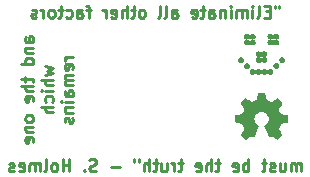
<source format=gbo>
G04 (created by PCBNEW-RS274X (2012-jan-04)-stable) date Sun 02 Sep 2012 01:17:06 AM CEST*
G01*
G70*
G90*
%MOIN*%
G04 Gerber Fmt 3.4, Leading zero omitted, Abs format*
%FSLAX34Y34*%
G04 APERTURE LIST*
%ADD10C,0.006000*%
%ADD11C,0.010000*%
%ADD12C,0.000100*%
%ADD13R,0.060000X0.060000*%
%ADD14R,0.065000X0.065000*%
%ADD15C,0.065000*%
%ADD16R,0.025600X0.063000*%
%ADD17R,0.025600X0.039400*%
G04 APERTURE END LIST*
G54D10*
G54D11*
X53430Y-36057D02*
X53220Y-36057D01*
X53182Y-36038D01*
X53163Y-36000D01*
X53163Y-35923D01*
X53182Y-35885D01*
X53411Y-36057D02*
X53430Y-36019D01*
X53430Y-35923D01*
X53411Y-35885D01*
X53373Y-35866D01*
X53335Y-35866D01*
X53297Y-35885D01*
X53278Y-35923D01*
X53278Y-36019D01*
X53258Y-36057D01*
X53163Y-36247D02*
X53430Y-36247D01*
X53201Y-36247D02*
X53182Y-36266D01*
X53163Y-36304D01*
X53163Y-36362D01*
X53182Y-36400D01*
X53220Y-36419D01*
X53430Y-36419D01*
X53430Y-36781D02*
X53030Y-36781D01*
X53411Y-36781D02*
X53430Y-36743D01*
X53430Y-36666D01*
X53411Y-36628D01*
X53392Y-36609D01*
X53354Y-36590D01*
X53239Y-36590D01*
X53201Y-36609D01*
X53182Y-36628D01*
X53163Y-36666D01*
X53163Y-36743D01*
X53182Y-36781D01*
X53163Y-37219D02*
X53163Y-37371D01*
X53030Y-37276D02*
X53373Y-37276D01*
X53411Y-37295D01*
X53430Y-37333D01*
X53430Y-37371D01*
X53430Y-37505D02*
X53030Y-37505D01*
X53430Y-37677D02*
X53220Y-37677D01*
X53182Y-37658D01*
X53163Y-37620D01*
X53163Y-37562D01*
X53182Y-37524D01*
X53201Y-37505D01*
X53411Y-38020D02*
X53430Y-37982D01*
X53430Y-37905D01*
X53411Y-37867D01*
X53373Y-37848D01*
X53220Y-37848D01*
X53182Y-37867D01*
X53163Y-37905D01*
X53163Y-37982D01*
X53182Y-38020D01*
X53220Y-38039D01*
X53258Y-38039D01*
X53297Y-37848D01*
X53430Y-38572D02*
X53411Y-38534D01*
X53392Y-38515D01*
X53354Y-38496D01*
X53239Y-38496D01*
X53201Y-38515D01*
X53182Y-38534D01*
X53163Y-38572D01*
X53163Y-38630D01*
X53182Y-38668D01*
X53201Y-38687D01*
X53239Y-38706D01*
X53354Y-38706D01*
X53392Y-38687D01*
X53411Y-38668D01*
X53430Y-38630D01*
X53430Y-38572D01*
X53163Y-38877D02*
X53430Y-38877D01*
X53201Y-38877D02*
X53182Y-38896D01*
X53163Y-38934D01*
X53163Y-38992D01*
X53182Y-39030D01*
X53220Y-39049D01*
X53430Y-39049D01*
X53411Y-39392D02*
X53430Y-39354D01*
X53430Y-39277D01*
X53411Y-39239D01*
X53373Y-39220D01*
X53220Y-39220D01*
X53182Y-39239D01*
X53163Y-39277D01*
X53163Y-39354D01*
X53182Y-39392D01*
X53220Y-39411D01*
X53258Y-39411D01*
X53297Y-39220D01*
X53823Y-36857D02*
X54090Y-36933D01*
X53899Y-37010D01*
X54090Y-37086D01*
X53823Y-37162D01*
X54090Y-37314D02*
X53690Y-37314D01*
X54090Y-37486D02*
X53880Y-37486D01*
X53842Y-37467D01*
X53823Y-37429D01*
X53823Y-37371D01*
X53842Y-37333D01*
X53861Y-37314D01*
X54090Y-37676D02*
X53823Y-37676D01*
X53690Y-37676D02*
X53709Y-37657D01*
X53728Y-37676D01*
X53709Y-37695D01*
X53690Y-37676D01*
X53728Y-37676D01*
X54071Y-38038D02*
X54090Y-38000D01*
X54090Y-37923D01*
X54071Y-37885D01*
X54052Y-37866D01*
X54014Y-37847D01*
X53899Y-37847D01*
X53861Y-37866D01*
X53842Y-37885D01*
X53823Y-37923D01*
X53823Y-38000D01*
X53842Y-38038D01*
X54090Y-38209D02*
X53690Y-38209D01*
X54090Y-38381D02*
X53880Y-38381D01*
X53842Y-38362D01*
X53823Y-38324D01*
X53823Y-38266D01*
X53842Y-38228D01*
X53861Y-38209D01*
X54750Y-36552D02*
X54483Y-36552D01*
X54559Y-36552D02*
X54521Y-36571D01*
X54502Y-36590D01*
X54483Y-36628D01*
X54483Y-36667D01*
X54731Y-36953D02*
X54750Y-36915D01*
X54750Y-36838D01*
X54731Y-36800D01*
X54693Y-36781D01*
X54540Y-36781D01*
X54502Y-36800D01*
X54483Y-36838D01*
X54483Y-36915D01*
X54502Y-36953D01*
X54540Y-36972D01*
X54578Y-36972D01*
X54617Y-36781D01*
X54750Y-37143D02*
X54483Y-37143D01*
X54521Y-37143D02*
X54502Y-37162D01*
X54483Y-37200D01*
X54483Y-37258D01*
X54502Y-37296D01*
X54540Y-37315D01*
X54750Y-37315D01*
X54540Y-37315D02*
X54502Y-37334D01*
X54483Y-37372D01*
X54483Y-37429D01*
X54502Y-37467D01*
X54540Y-37486D01*
X54750Y-37486D01*
X54750Y-37848D02*
X54540Y-37848D01*
X54502Y-37829D01*
X54483Y-37791D01*
X54483Y-37714D01*
X54502Y-37676D01*
X54731Y-37848D02*
X54750Y-37810D01*
X54750Y-37714D01*
X54731Y-37676D01*
X54693Y-37657D01*
X54655Y-37657D01*
X54617Y-37676D01*
X54598Y-37714D01*
X54598Y-37810D01*
X54578Y-37848D01*
X54750Y-38038D02*
X54483Y-38038D01*
X54350Y-38038D02*
X54369Y-38019D01*
X54388Y-38038D01*
X54369Y-38057D01*
X54350Y-38038D01*
X54388Y-38038D01*
X54483Y-38228D02*
X54750Y-38228D01*
X54521Y-38228D02*
X54502Y-38247D01*
X54483Y-38285D01*
X54483Y-38343D01*
X54502Y-38381D01*
X54540Y-38400D01*
X54750Y-38400D01*
X54731Y-38571D02*
X54750Y-38609D01*
X54750Y-38685D01*
X54731Y-38724D01*
X54693Y-38743D01*
X54674Y-38743D01*
X54636Y-38724D01*
X54617Y-38685D01*
X54617Y-38628D01*
X54598Y-38590D01*
X54559Y-38571D01*
X54540Y-38571D01*
X54502Y-38590D01*
X54483Y-38628D01*
X54483Y-38685D01*
X54502Y-38724D01*
X61636Y-34841D02*
X61636Y-34917D01*
X61483Y-34841D02*
X61483Y-34917D01*
X61312Y-35031D02*
X61178Y-35031D01*
X61121Y-35241D02*
X61312Y-35241D01*
X61312Y-34841D01*
X61121Y-34841D01*
X60893Y-35241D02*
X60931Y-35222D01*
X60950Y-35184D01*
X60950Y-34841D01*
X60740Y-35241D02*
X60740Y-34974D01*
X60740Y-34841D02*
X60759Y-34860D01*
X60740Y-34879D01*
X60721Y-34860D01*
X60740Y-34841D01*
X60740Y-34879D01*
X60550Y-35241D02*
X60550Y-34974D01*
X60550Y-35012D02*
X60531Y-34993D01*
X60493Y-34974D01*
X60435Y-34974D01*
X60397Y-34993D01*
X60378Y-35031D01*
X60378Y-35241D01*
X60378Y-35031D02*
X60359Y-34993D01*
X60321Y-34974D01*
X60264Y-34974D01*
X60226Y-34993D01*
X60207Y-35031D01*
X60207Y-35241D01*
X60017Y-35241D02*
X60017Y-34974D01*
X60017Y-34841D02*
X60036Y-34860D01*
X60017Y-34879D01*
X59998Y-34860D01*
X60017Y-34841D01*
X60017Y-34879D01*
X59827Y-34974D02*
X59827Y-35241D01*
X59827Y-35012D02*
X59808Y-34993D01*
X59770Y-34974D01*
X59712Y-34974D01*
X59674Y-34993D01*
X59655Y-35031D01*
X59655Y-35241D01*
X59293Y-35241D02*
X59293Y-35031D01*
X59312Y-34993D01*
X59350Y-34974D01*
X59427Y-34974D01*
X59465Y-34993D01*
X59293Y-35222D02*
X59331Y-35241D01*
X59427Y-35241D01*
X59465Y-35222D01*
X59484Y-35184D01*
X59484Y-35146D01*
X59465Y-35108D01*
X59427Y-35089D01*
X59331Y-35089D01*
X59293Y-35069D01*
X59160Y-34974D02*
X59008Y-34974D01*
X59103Y-34841D02*
X59103Y-35184D01*
X59084Y-35222D01*
X59046Y-35241D01*
X59008Y-35241D01*
X58721Y-35222D02*
X58759Y-35241D01*
X58836Y-35241D01*
X58874Y-35222D01*
X58893Y-35184D01*
X58893Y-35031D01*
X58874Y-34993D01*
X58836Y-34974D01*
X58759Y-34974D01*
X58721Y-34993D01*
X58702Y-35031D01*
X58702Y-35069D01*
X58893Y-35108D01*
X58054Y-35241D02*
X58054Y-35031D01*
X58073Y-34993D01*
X58111Y-34974D01*
X58188Y-34974D01*
X58226Y-34993D01*
X58054Y-35222D02*
X58092Y-35241D01*
X58188Y-35241D01*
X58226Y-35222D01*
X58245Y-35184D01*
X58245Y-35146D01*
X58226Y-35108D01*
X58188Y-35089D01*
X58092Y-35089D01*
X58054Y-35069D01*
X57807Y-35241D02*
X57845Y-35222D01*
X57864Y-35184D01*
X57864Y-34841D01*
X57597Y-35241D02*
X57635Y-35222D01*
X57654Y-35184D01*
X57654Y-34841D01*
X57082Y-35241D02*
X57120Y-35222D01*
X57139Y-35203D01*
X57158Y-35165D01*
X57158Y-35050D01*
X57139Y-35012D01*
X57120Y-34993D01*
X57082Y-34974D01*
X57024Y-34974D01*
X56986Y-34993D01*
X56967Y-35012D01*
X56948Y-35050D01*
X56948Y-35165D01*
X56967Y-35203D01*
X56986Y-35222D01*
X57024Y-35241D01*
X57082Y-35241D01*
X56834Y-34974D02*
X56682Y-34974D01*
X56777Y-34841D02*
X56777Y-35184D01*
X56758Y-35222D01*
X56720Y-35241D01*
X56682Y-35241D01*
X56548Y-35241D02*
X56548Y-34841D01*
X56376Y-35241D02*
X56376Y-35031D01*
X56395Y-34993D01*
X56433Y-34974D01*
X56491Y-34974D01*
X56529Y-34993D01*
X56548Y-35012D01*
X56033Y-35222D02*
X56071Y-35241D01*
X56148Y-35241D01*
X56186Y-35222D01*
X56205Y-35184D01*
X56205Y-35031D01*
X56186Y-34993D01*
X56148Y-34974D01*
X56071Y-34974D01*
X56033Y-34993D01*
X56014Y-35031D01*
X56014Y-35069D01*
X56205Y-35108D01*
X55843Y-35241D02*
X55843Y-34974D01*
X55843Y-35050D02*
X55824Y-35012D01*
X55805Y-34993D01*
X55767Y-34974D01*
X55728Y-34974D01*
X55347Y-34974D02*
X55195Y-34974D01*
X55290Y-35241D02*
X55290Y-34898D01*
X55271Y-34860D01*
X55233Y-34841D01*
X55195Y-34841D01*
X54889Y-35241D02*
X54889Y-35031D01*
X54908Y-34993D01*
X54946Y-34974D01*
X55023Y-34974D01*
X55061Y-34993D01*
X54889Y-35222D02*
X54927Y-35241D01*
X55023Y-35241D01*
X55061Y-35222D01*
X55080Y-35184D01*
X55080Y-35146D01*
X55061Y-35108D01*
X55023Y-35089D01*
X54927Y-35089D01*
X54889Y-35069D01*
X54527Y-35222D02*
X54565Y-35241D01*
X54642Y-35241D01*
X54680Y-35222D01*
X54699Y-35203D01*
X54718Y-35165D01*
X54718Y-35050D01*
X54699Y-35012D01*
X54680Y-34993D01*
X54642Y-34974D01*
X54565Y-34974D01*
X54527Y-34993D01*
X54413Y-34974D02*
X54261Y-34974D01*
X54356Y-34841D02*
X54356Y-35184D01*
X54337Y-35222D01*
X54299Y-35241D01*
X54261Y-35241D01*
X54070Y-35241D02*
X54108Y-35222D01*
X54127Y-35203D01*
X54146Y-35165D01*
X54146Y-35050D01*
X54127Y-35012D01*
X54108Y-34993D01*
X54070Y-34974D01*
X54012Y-34974D01*
X53974Y-34993D01*
X53955Y-35012D01*
X53936Y-35050D01*
X53936Y-35165D01*
X53955Y-35203D01*
X53974Y-35222D01*
X54012Y-35241D01*
X54070Y-35241D01*
X53765Y-35241D02*
X53765Y-34974D01*
X53765Y-35050D02*
X53746Y-35012D01*
X53727Y-34993D01*
X53689Y-34974D01*
X53650Y-34974D01*
X53536Y-35222D02*
X53498Y-35241D01*
X53422Y-35241D01*
X53383Y-35222D01*
X53364Y-35184D01*
X53364Y-35165D01*
X53383Y-35127D01*
X53422Y-35108D01*
X53479Y-35108D01*
X53517Y-35089D01*
X53536Y-35050D01*
X53536Y-35031D01*
X53517Y-34993D01*
X53479Y-34974D01*
X53422Y-34974D01*
X53383Y-34993D01*
X62359Y-40359D02*
X62359Y-40092D01*
X62359Y-40130D02*
X62340Y-40111D01*
X62302Y-40092D01*
X62244Y-40092D01*
X62206Y-40111D01*
X62187Y-40149D01*
X62187Y-40359D01*
X62187Y-40149D02*
X62168Y-40111D01*
X62130Y-40092D01*
X62073Y-40092D01*
X62035Y-40111D01*
X62016Y-40149D01*
X62016Y-40359D01*
X61654Y-40092D02*
X61654Y-40359D01*
X61826Y-40092D02*
X61826Y-40302D01*
X61807Y-40340D01*
X61769Y-40359D01*
X61711Y-40359D01*
X61673Y-40340D01*
X61654Y-40321D01*
X61483Y-40340D02*
X61445Y-40359D01*
X61369Y-40359D01*
X61330Y-40340D01*
X61311Y-40302D01*
X61311Y-40283D01*
X61330Y-40245D01*
X61369Y-40226D01*
X61426Y-40226D01*
X61464Y-40207D01*
X61483Y-40168D01*
X61483Y-40149D01*
X61464Y-40111D01*
X61426Y-40092D01*
X61369Y-40092D01*
X61330Y-40111D01*
X61197Y-40092D02*
X61045Y-40092D01*
X61140Y-39959D02*
X61140Y-40302D01*
X61121Y-40340D01*
X61083Y-40359D01*
X61045Y-40359D01*
X60606Y-40359D02*
X60606Y-39959D01*
X60606Y-40111D02*
X60568Y-40092D01*
X60491Y-40092D01*
X60453Y-40111D01*
X60434Y-40130D01*
X60415Y-40168D01*
X60415Y-40283D01*
X60434Y-40321D01*
X60453Y-40340D01*
X60491Y-40359D01*
X60568Y-40359D01*
X60606Y-40340D01*
X60091Y-40340D02*
X60129Y-40359D01*
X60206Y-40359D01*
X60244Y-40340D01*
X60263Y-40302D01*
X60263Y-40149D01*
X60244Y-40111D01*
X60206Y-40092D01*
X60129Y-40092D01*
X60091Y-40111D01*
X60072Y-40149D01*
X60072Y-40187D01*
X60263Y-40226D01*
X59653Y-40092D02*
X59501Y-40092D01*
X59596Y-39959D02*
X59596Y-40302D01*
X59577Y-40340D01*
X59539Y-40359D01*
X59501Y-40359D01*
X59367Y-40359D02*
X59367Y-39959D01*
X59195Y-40359D02*
X59195Y-40149D01*
X59214Y-40111D01*
X59252Y-40092D01*
X59310Y-40092D01*
X59348Y-40111D01*
X59367Y-40130D01*
X58852Y-40340D02*
X58890Y-40359D01*
X58967Y-40359D01*
X59005Y-40340D01*
X59024Y-40302D01*
X59024Y-40149D01*
X59005Y-40111D01*
X58967Y-40092D01*
X58890Y-40092D01*
X58852Y-40111D01*
X58833Y-40149D01*
X58833Y-40187D01*
X59024Y-40226D01*
X58414Y-40092D02*
X58262Y-40092D01*
X58357Y-39959D02*
X58357Y-40302D01*
X58338Y-40340D01*
X58300Y-40359D01*
X58262Y-40359D01*
X58128Y-40359D02*
X58128Y-40092D01*
X58128Y-40168D02*
X58109Y-40130D01*
X58090Y-40111D01*
X58052Y-40092D01*
X58013Y-40092D01*
X57708Y-40092D02*
X57708Y-40359D01*
X57880Y-40092D02*
X57880Y-40302D01*
X57861Y-40340D01*
X57823Y-40359D01*
X57765Y-40359D01*
X57727Y-40340D01*
X57708Y-40321D01*
X57575Y-40092D02*
X57423Y-40092D01*
X57518Y-39959D02*
X57518Y-40302D01*
X57499Y-40340D01*
X57461Y-40359D01*
X57423Y-40359D01*
X57289Y-40359D02*
X57289Y-39959D01*
X57117Y-40359D02*
X57117Y-40149D01*
X57136Y-40111D01*
X57174Y-40092D01*
X57232Y-40092D01*
X57270Y-40111D01*
X57289Y-40130D01*
X56946Y-39959D02*
X56946Y-40035D01*
X56793Y-39959D02*
X56793Y-40035D01*
X56317Y-40207D02*
X56012Y-40207D01*
X55536Y-40340D02*
X55479Y-40359D01*
X55383Y-40359D01*
X55345Y-40340D01*
X55326Y-40321D01*
X55307Y-40283D01*
X55307Y-40245D01*
X55326Y-40207D01*
X55345Y-40187D01*
X55383Y-40168D01*
X55460Y-40149D01*
X55498Y-40130D01*
X55517Y-40111D01*
X55536Y-40073D01*
X55536Y-40035D01*
X55517Y-39997D01*
X55498Y-39978D01*
X55460Y-39959D01*
X55364Y-39959D01*
X55307Y-39978D01*
X55136Y-40321D02*
X55117Y-40340D01*
X55136Y-40359D01*
X55155Y-40340D01*
X55136Y-40321D01*
X55136Y-40359D01*
X54641Y-40359D02*
X54641Y-39959D01*
X54641Y-40149D02*
X54412Y-40149D01*
X54412Y-40359D02*
X54412Y-39959D01*
X54165Y-40359D02*
X54203Y-40340D01*
X54222Y-40321D01*
X54241Y-40283D01*
X54241Y-40168D01*
X54222Y-40130D01*
X54203Y-40111D01*
X54165Y-40092D01*
X54107Y-40092D01*
X54069Y-40111D01*
X54050Y-40130D01*
X54031Y-40168D01*
X54031Y-40283D01*
X54050Y-40321D01*
X54069Y-40340D01*
X54107Y-40359D01*
X54165Y-40359D01*
X53803Y-40359D02*
X53841Y-40340D01*
X53860Y-40302D01*
X53860Y-39959D01*
X53650Y-40359D02*
X53650Y-40092D01*
X53650Y-40130D02*
X53631Y-40111D01*
X53593Y-40092D01*
X53535Y-40092D01*
X53497Y-40111D01*
X53478Y-40149D01*
X53478Y-40359D01*
X53478Y-40149D02*
X53459Y-40111D01*
X53421Y-40092D01*
X53364Y-40092D01*
X53326Y-40111D01*
X53307Y-40149D01*
X53307Y-40359D01*
X52964Y-40340D02*
X53002Y-40359D01*
X53079Y-40359D01*
X53117Y-40340D01*
X53136Y-40302D01*
X53136Y-40149D01*
X53117Y-40111D01*
X53079Y-40092D01*
X53002Y-40092D01*
X52964Y-40111D01*
X52945Y-40149D01*
X52945Y-40187D01*
X53136Y-40226D01*
X52793Y-40340D02*
X52755Y-40359D01*
X52679Y-40359D01*
X52640Y-40340D01*
X52621Y-40302D01*
X52621Y-40283D01*
X52640Y-40245D01*
X52679Y-40226D01*
X52736Y-40226D01*
X52774Y-40207D01*
X52793Y-40168D01*
X52793Y-40149D01*
X52774Y-40111D01*
X52736Y-40092D01*
X52679Y-40092D01*
X52640Y-40111D01*
G54D12*
G36*
X60513Y-39311D02*
X60522Y-39306D01*
X60543Y-39293D01*
X60572Y-39274D01*
X60607Y-39251D01*
X60641Y-39227D01*
X60670Y-39208D01*
X60690Y-39195D01*
X60698Y-39191D01*
X60703Y-39192D01*
X60719Y-39200D01*
X60743Y-39213D01*
X60757Y-39220D01*
X60779Y-39229D01*
X60790Y-39231D01*
X60792Y-39228D01*
X60800Y-39212D01*
X60812Y-39183D01*
X60829Y-39145D01*
X60848Y-39100D01*
X60868Y-39052D01*
X60889Y-39004D01*
X60908Y-38957D01*
X60925Y-38915D01*
X60939Y-38881D01*
X60948Y-38857D01*
X60951Y-38847D01*
X60950Y-38845D01*
X60939Y-38834D01*
X60920Y-38820D01*
X60879Y-38786D01*
X60838Y-38735D01*
X60813Y-38677D01*
X60804Y-38612D01*
X60811Y-38553D01*
X60835Y-38496D01*
X60875Y-38444D01*
X60924Y-38406D01*
X60980Y-38381D01*
X61044Y-38373D01*
X61105Y-38380D01*
X61163Y-38403D01*
X61215Y-38443D01*
X61237Y-38468D01*
X61267Y-38520D01*
X61284Y-38576D01*
X61286Y-38590D01*
X61283Y-38652D01*
X61265Y-38711D01*
X61233Y-38763D01*
X61188Y-38807D01*
X61182Y-38811D01*
X61161Y-38826D01*
X61147Y-38837D01*
X61136Y-38846D01*
X61214Y-39035D01*
X61227Y-39065D01*
X61248Y-39116D01*
X61267Y-39161D01*
X61283Y-39196D01*
X61293Y-39220D01*
X61298Y-39229D01*
X61298Y-39230D01*
X61305Y-39231D01*
X61319Y-39226D01*
X61346Y-39213D01*
X61363Y-39204D01*
X61383Y-39194D01*
X61392Y-39191D01*
X61400Y-39195D01*
X61419Y-39207D01*
X61447Y-39226D01*
X61481Y-39249D01*
X61513Y-39271D01*
X61542Y-39290D01*
X61564Y-39304D01*
X61574Y-39310D01*
X61576Y-39310D01*
X61585Y-39305D01*
X61602Y-39290D01*
X61628Y-39266D01*
X61664Y-39230D01*
X61670Y-39225D01*
X61700Y-39194D01*
X61724Y-39169D01*
X61740Y-39151D01*
X61746Y-39142D01*
X61746Y-39142D01*
X61741Y-39132D01*
X61727Y-39111D01*
X61708Y-39081D01*
X61684Y-39046D01*
X61621Y-38955D01*
X61656Y-38869D01*
X61666Y-38843D01*
X61680Y-38811D01*
X61690Y-38789D01*
X61695Y-38779D01*
X61704Y-38775D01*
X61727Y-38770D01*
X61761Y-38763D01*
X61802Y-38755D01*
X61841Y-38748D01*
X61875Y-38741D01*
X61901Y-38736D01*
X61912Y-38734D01*
X61915Y-38733D01*
X61917Y-38727D01*
X61918Y-38715D01*
X61919Y-38694D01*
X61920Y-38661D01*
X61920Y-38612D01*
X61920Y-38607D01*
X61919Y-38561D01*
X61919Y-38524D01*
X61917Y-38501D01*
X61916Y-38491D01*
X61916Y-38491D01*
X61905Y-38489D01*
X61880Y-38483D01*
X61845Y-38477D01*
X61804Y-38469D01*
X61801Y-38468D01*
X61760Y-38460D01*
X61725Y-38453D01*
X61701Y-38447D01*
X61690Y-38444D01*
X61688Y-38441D01*
X61680Y-38425D01*
X61668Y-38399D01*
X61654Y-38368D01*
X61641Y-38335D01*
X61629Y-38306D01*
X61621Y-38284D01*
X61619Y-38274D01*
X61619Y-38274D01*
X61625Y-38264D01*
X61639Y-38243D01*
X61659Y-38213D01*
X61684Y-38178D01*
X61685Y-38175D01*
X61709Y-38140D01*
X61729Y-38110D01*
X61741Y-38089D01*
X61746Y-38080D01*
X61746Y-38079D01*
X61738Y-38069D01*
X61720Y-38049D01*
X61695Y-38022D01*
X61664Y-37991D01*
X61654Y-37981D01*
X61620Y-37948D01*
X61597Y-37926D01*
X61582Y-37915D01*
X61575Y-37912D01*
X61575Y-37912D01*
X61564Y-37919D01*
X61542Y-37933D01*
X61512Y-37954D01*
X61476Y-37978D01*
X61474Y-37979D01*
X61439Y-38003D01*
X61410Y-38023D01*
X61389Y-38037D01*
X61380Y-38042D01*
X61378Y-38042D01*
X61364Y-38038D01*
X61339Y-38029D01*
X61309Y-38017D01*
X61276Y-38004D01*
X61247Y-37992D01*
X61225Y-37982D01*
X61214Y-37976D01*
X61214Y-37975D01*
X61210Y-37963D01*
X61204Y-37937D01*
X61197Y-37901D01*
X61189Y-37858D01*
X61187Y-37851D01*
X61179Y-37809D01*
X61173Y-37775D01*
X61168Y-37751D01*
X61165Y-37741D01*
X61159Y-37740D01*
X61139Y-37738D01*
X61108Y-37737D01*
X61070Y-37737D01*
X61031Y-37737D01*
X60992Y-37738D01*
X60959Y-37739D01*
X60936Y-37741D01*
X60926Y-37743D01*
X60925Y-37743D01*
X60922Y-37756D01*
X60916Y-37782D01*
X60909Y-37819D01*
X60900Y-37862D01*
X60899Y-37869D01*
X60891Y-37911D01*
X60884Y-37945D01*
X60879Y-37969D01*
X60876Y-37978D01*
X60873Y-37980D01*
X60855Y-37987D01*
X60827Y-37999D01*
X60793Y-38013D01*
X60713Y-38045D01*
X60614Y-37978D01*
X60605Y-37972D01*
X60570Y-37948D01*
X60541Y-37928D01*
X60521Y-37915D01*
X60512Y-37911D01*
X60512Y-37911D01*
X60502Y-37920D01*
X60482Y-37938D01*
X60456Y-37964D01*
X60425Y-37995D01*
X60402Y-38017D01*
X60375Y-38045D01*
X60357Y-38064D01*
X60348Y-38076D01*
X60345Y-38083D01*
X60346Y-38088D01*
X60352Y-38098D01*
X60366Y-38119D01*
X60387Y-38149D01*
X60411Y-38184D01*
X60430Y-38213D01*
X60452Y-38246D01*
X60466Y-38270D01*
X60470Y-38281D01*
X60469Y-38286D01*
X60462Y-38305D01*
X60451Y-38334D01*
X60436Y-38369D01*
X60402Y-38447D01*
X60351Y-38457D01*
X60320Y-38462D01*
X60276Y-38471D01*
X60235Y-38479D01*
X60170Y-38491D01*
X60168Y-38728D01*
X60178Y-38732D01*
X60188Y-38735D01*
X60212Y-38740D01*
X60246Y-38747D01*
X60286Y-38755D01*
X60320Y-38761D01*
X60355Y-38768D01*
X60380Y-38773D01*
X60391Y-38775D01*
X60394Y-38779D01*
X60402Y-38795D01*
X60415Y-38822D01*
X60428Y-38854D01*
X60442Y-38887D01*
X60454Y-38918D01*
X60463Y-38941D01*
X60466Y-38954D01*
X60461Y-38963D01*
X60448Y-38983D01*
X60429Y-39012D01*
X60406Y-39046D01*
X60382Y-39081D01*
X60362Y-39110D01*
X60349Y-39131D01*
X60343Y-39141D01*
X60346Y-39148D01*
X60359Y-39164D01*
X60385Y-39191D01*
X60424Y-39229D01*
X60430Y-39235D01*
X60461Y-39265D01*
X60487Y-39289D01*
X60505Y-39305D01*
X60513Y-39311D01*
X60513Y-39311D01*
G37*
G36*
X61340Y-37143D02*
X61359Y-37140D01*
X61378Y-37134D01*
X61386Y-37130D01*
X61402Y-37118D01*
X61416Y-37104D01*
X61426Y-37087D01*
X61432Y-37069D01*
X61435Y-37050D01*
X61435Y-37031D01*
X61430Y-37012D01*
X61421Y-36993D01*
X61416Y-36985D01*
X61407Y-36976D01*
X61398Y-36968D01*
X61390Y-36962D01*
X61387Y-36960D01*
X61370Y-36952D01*
X61353Y-36948D01*
X61333Y-36947D01*
X61327Y-36947D01*
X61316Y-36949D01*
X61307Y-36951D01*
X61296Y-36956D01*
X61285Y-36962D01*
X61269Y-36975D01*
X61256Y-36990D01*
X61246Y-37008D01*
X61244Y-37017D01*
X61241Y-37026D01*
X61240Y-37034D01*
X61240Y-37035D01*
X61240Y-37035D01*
X61239Y-37031D01*
X61239Y-37030D01*
X61236Y-37018D01*
X61231Y-37005D01*
X61225Y-36994D01*
X61214Y-36979D01*
X61199Y-36965D01*
X61182Y-36955D01*
X61163Y-36949D01*
X61142Y-36947D01*
X61137Y-36947D01*
X61121Y-36949D01*
X61106Y-36953D01*
X61104Y-36954D01*
X61087Y-36963D01*
X61072Y-36976D01*
X61060Y-36990D01*
X61051Y-37007D01*
X61046Y-37024D01*
X61045Y-37025D01*
X61044Y-37030D01*
X61044Y-37032D01*
X61044Y-37032D01*
X61044Y-37029D01*
X61042Y-37024D01*
X61042Y-37022D01*
X61036Y-37005D01*
X61027Y-36989D01*
X61014Y-36974D01*
X61003Y-36964D01*
X60985Y-36954D01*
X60967Y-36949D01*
X60946Y-36947D01*
X60931Y-36948D01*
X60912Y-36953D01*
X60894Y-36962D01*
X60878Y-36974D01*
X60865Y-36990D01*
X60864Y-36992D01*
X60860Y-36999D01*
X60856Y-37005D01*
X60855Y-37010D01*
X60852Y-37019D01*
X60850Y-37027D01*
X60849Y-37034D01*
X60849Y-37035D01*
X60848Y-37035D01*
X60848Y-37031D01*
X60845Y-37020D01*
X60841Y-37007D01*
X60835Y-36995D01*
X60823Y-36979D01*
X60808Y-36965D01*
X60791Y-36955D01*
X60772Y-36949D01*
X60751Y-36947D01*
X60733Y-36948D01*
X60713Y-36954D01*
X60696Y-36963D01*
X60680Y-36977D01*
X60673Y-36985D01*
X60665Y-36996D01*
X60659Y-37008D01*
X60656Y-37019D01*
X60653Y-37038D01*
X60653Y-37057D01*
X60658Y-37076D01*
X60665Y-37093D01*
X60676Y-37108D01*
X60689Y-37121D01*
X60705Y-37132D01*
X60723Y-37139D01*
X60743Y-37142D01*
X60745Y-37142D01*
X60765Y-37142D01*
X60783Y-37137D01*
X60801Y-37128D01*
X60808Y-37124D01*
X60821Y-37113D01*
X60832Y-37099D01*
X60840Y-37084D01*
X60843Y-37079D01*
X60845Y-37070D01*
X60847Y-37062D01*
X60848Y-37055D01*
X60848Y-37051D01*
X60849Y-37055D01*
X60849Y-37058D01*
X60851Y-37067D01*
X60854Y-37077D01*
X60857Y-37085D01*
X60862Y-37094D01*
X60874Y-37110D01*
X60889Y-37124D01*
X60906Y-37134D01*
X60925Y-37141D01*
X60929Y-37141D01*
X60942Y-37142D01*
X60956Y-37142D01*
X60969Y-37140D01*
X60982Y-37136D01*
X61001Y-37126D01*
X61017Y-37113D01*
X61018Y-37112D01*
X61029Y-37098D01*
X61037Y-37081D01*
X61042Y-37065D01*
X61043Y-37064D01*
X61044Y-37059D01*
X61044Y-37057D01*
X61044Y-37059D01*
X61045Y-37063D01*
X61045Y-37064D01*
X61048Y-37074D01*
X61053Y-37086D01*
X61058Y-37096D01*
X61067Y-37108D01*
X61082Y-37122D01*
X61099Y-37133D01*
X61118Y-37140D01*
X61122Y-37141D01*
X61135Y-37142D01*
X61149Y-37142D01*
X61162Y-37141D01*
X61173Y-37138D01*
X61191Y-37129D01*
X61207Y-37117D01*
X61221Y-37102D01*
X61231Y-37085D01*
X61233Y-37079D01*
X61236Y-37070D01*
X61238Y-37062D01*
X61239Y-37055D01*
X61239Y-37054D01*
X61239Y-37054D01*
X61240Y-37058D01*
X61240Y-37059D01*
X61243Y-37071D01*
X61248Y-37084D01*
X61254Y-37096D01*
X61256Y-37100D01*
X61269Y-37114D01*
X61284Y-37127D01*
X61301Y-37136D01*
X61320Y-37141D01*
X61340Y-37143D01*
X61340Y-37143D01*
G37*
G36*
X60548Y-36947D02*
X60560Y-36946D01*
X60571Y-36945D01*
X60585Y-36942D01*
X60603Y-36934D01*
X60619Y-36922D01*
X60633Y-36907D01*
X60643Y-36890D01*
X60650Y-36872D01*
X60652Y-36852D01*
X60651Y-36832D01*
X60646Y-36813D01*
X60637Y-36796D01*
X60625Y-36780D01*
X60609Y-36767D01*
X60604Y-36764D01*
X60585Y-36755D01*
X60565Y-36751D01*
X60545Y-36751D01*
X60525Y-36755D01*
X60509Y-36762D01*
X60492Y-36773D01*
X60478Y-36788D01*
X60467Y-36805D01*
X60459Y-36825D01*
X60457Y-36834D01*
X60457Y-36847D01*
X60457Y-36860D01*
X60459Y-36870D01*
X60460Y-36874D01*
X60467Y-36894D01*
X60479Y-36911D01*
X60494Y-36925D01*
X60511Y-36937D01*
X60520Y-36940D01*
X60531Y-36944D01*
X60541Y-36946D01*
X60548Y-36947D01*
X60548Y-36947D01*
G37*
G36*
X61536Y-36947D02*
X61556Y-36944D01*
X61575Y-36937D01*
X61594Y-36926D01*
X61597Y-36923D01*
X61611Y-36909D01*
X61622Y-36892D01*
X61629Y-36873D01*
X61631Y-36863D01*
X61631Y-36850D01*
X61631Y-36837D01*
X61629Y-36827D01*
X61628Y-36822D01*
X61620Y-36803D01*
X61609Y-36786D01*
X61595Y-36772D01*
X61578Y-36761D01*
X61559Y-36754D01*
X61539Y-36751D01*
X61531Y-36750D01*
X61512Y-36753D01*
X61493Y-36759D01*
X61477Y-36769D01*
X61462Y-36781D01*
X61451Y-36796D01*
X61442Y-36814D01*
X61437Y-36833D01*
X61436Y-36853D01*
X61437Y-36865D01*
X61439Y-36876D01*
X61443Y-36887D01*
X61451Y-36902D01*
X61464Y-36917D01*
X61479Y-36930D01*
X61497Y-36939D01*
X61516Y-36945D01*
X61536Y-36947D01*
X61536Y-36947D01*
G37*
G36*
X60353Y-36750D02*
X60367Y-36750D01*
X60379Y-36749D01*
X60393Y-36744D01*
X60411Y-36735D01*
X60427Y-36722D01*
X60438Y-36710D01*
X60448Y-36693D01*
X60454Y-36674D01*
X60456Y-36666D01*
X60456Y-36654D01*
X60456Y-36642D01*
X60455Y-36632D01*
X60453Y-36626D01*
X60445Y-36607D01*
X60434Y-36590D01*
X60419Y-36576D01*
X60402Y-36565D01*
X60395Y-36562D01*
X60382Y-36557D01*
X60370Y-36555D01*
X60355Y-36555D01*
X60346Y-36556D01*
X60335Y-36557D01*
X60325Y-36560D01*
X60315Y-36565D01*
X60308Y-36568D01*
X60292Y-36580D01*
X60279Y-36595D01*
X60268Y-36613D01*
X60262Y-36633D01*
X60261Y-36638D01*
X60261Y-36649D01*
X60261Y-36662D01*
X60262Y-36672D01*
X60264Y-36679D01*
X60271Y-36698D01*
X60283Y-36715D01*
X60297Y-36729D01*
X60314Y-36740D01*
X60334Y-36748D01*
X60340Y-36749D01*
X60353Y-36750D01*
X60353Y-36750D01*
G37*
G36*
X61139Y-36750D02*
X61159Y-36749D01*
X61177Y-36744D01*
X61188Y-36739D01*
X61205Y-36727D01*
X61219Y-36713D01*
X61230Y-36695D01*
X61237Y-36676D01*
X61238Y-36672D01*
X61240Y-36656D01*
X61239Y-36641D01*
X61235Y-36624D01*
X61227Y-36605D01*
X61216Y-36589D01*
X61201Y-36575D01*
X61184Y-36564D01*
X61164Y-36557D01*
X61151Y-36554D01*
X61158Y-36553D01*
X61159Y-36553D01*
X61173Y-36549D01*
X61188Y-36543D01*
X61202Y-36534D01*
X61204Y-36532D01*
X61218Y-36518D01*
X61229Y-36501D01*
X61236Y-36483D01*
X61239Y-36464D01*
X61239Y-36445D01*
X61234Y-36426D01*
X61226Y-36408D01*
X61226Y-36407D01*
X61213Y-36391D01*
X61199Y-36378D01*
X61182Y-36368D01*
X61164Y-36362D01*
X61145Y-36360D01*
X61126Y-36361D01*
X61108Y-36365D01*
X61090Y-36374D01*
X61074Y-36386D01*
X61065Y-36396D01*
X61056Y-36410D01*
X61049Y-36425D01*
X61045Y-36440D01*
X61044Y-36443D01*
X61044Y-36445D01*
X61044Y-36444D01*
X61043Y-36440D01*
X61040Y-36427D01*
X61034Y-36413D01*
X61025Y-36399D01*
X61021Y-36393D01*
X61006Y-36379D01*
X60989Y-36369D01*
X60970Y-36362D01*
X60950Y-36359D01*
X60930Y-36361D01*
X60918Y-36364D01*
X60899Y-36372D01*
X60883Y-36383D01*
X60869Y-36398D01*
X60858Y-36415D01*
X60851Y-36434D01*
X60849Y-36444D01*
X60849Y-36463D01*
X60852Y-36483D01*
X60859Y-36501D01*
X60870Y-36518D01*
X60884Y-36532D01*
X60902Y-36544D01*
X60909Y-36547D01*
X60918Y-36550D01*
X60927Y-36553D01*
X60933Y-36554D01*
X60934Y-36554D01*
X60934Y-36554D01*
X60929Y-36556D01*
X60920Y-36558D01*
X60907Y-36563D01*
X60896Y-36569D01*
X60889Y-36573D01*
X60876Y-36584D01*
X60865Y-36598D01*
X60856Y-36613D01*
X60851Y-36629D01*
X60849Y-36647D01*
X60849Y-36664D01*
X60850Y-36667D01*
X60855Y-36688D01*
X60864Y-36706D01*
X60878Y-36722D01*
X60888Y-36731D01*
X60906Y-36742D01*
X60925Y-36749D01*
X60933Y-36750D01*
X60943Y-36750D01*
X60955Y-36750D01*
X60965Y-36749D01*
X60973Y-36747D01*
X60980Y-36745D01*
X60999Y-36736D01*
X61015Y-36723D01*
X61028Y-36707D01*
X61033Y-36699D01*
X61039Y-36686D01*
X61042Y-36673D01*
X61043Y-36672D01*
X61044Y-36667D01*
X61044Y-36665D01*
X61044Y-36665D01*
X61044Y-36640D01*
X61044Y-36640D01*
X61044Y-36637D01*
X61042Y-36632D01*
X61042Y-36631D01*
X61036Y-36613D01*
X61027Y-36597D01*
X61014Y-36582D01*
X61000Y-36570D01*
X60983Y-36561D01*
X60982Y-36561D01*
X60973Y-36558D01*
X60965Y-36556D01*
X60956Y-36554D01*
X60965Y-36553D01*
X60976Y-36550D01*
X60994Y-36542D01*
X61010Y-36531D01*
X61024Y-36517D01*
X61034Y-36501D01*
X61038Y-36493D01*
X61041Y-36483D01*
X61043Y-36474D01*
X61044Y-36471D01*
X61044Y-36469D01*
X61044Y-36470D01*
X61045Y-36474D01*
X61047Y-36482D01*
X61050Y-36492D01*
X61054Y-36501D01*
X61060Y-36511D01*
X61073Y-36526D01*
X61088Y-36539D01*
X61105Y-36548D01*
X61124Y-36553D01*
X61132Y-36554D01*
X61123Y-36556D01*
X61122Y-36556D01*
X61113Y-36559D01*
X61105Y-36561D01*
X61103Y-36562D01*
X61087Y-36571D01*
X61072Y-36583D01*
X61060Y-36598D01*
X61051Y-36615D01*
X61046Y-36632D01*
X61045Y-36633D01*
X61044Y-36638D01*
X61044Y-36640D01*
X61044Y-36665D01*
X61044Y-36665D01*
X61044Y-36668D01*
X61046Y-36673D01*
X61049Y-36686D01*
X61057Y-36703D01*
X61069Y-36719D01*
X61084Y-36732D01*
X61101Y-36742D01*
X61101Y-36742D01*
X61119Y-36748D01*
X61139Y-36750D01*
X61139Y-36750D01*
G37*
G36*
X61722Y-36750D02*
X61738Y-36750D01*
X61753Y-36748D01*
X61762Y-36745D01*
X61781Y-36736D01*
X61797Y-36724D01*
X61810Y-36709D01*
X61819Y-36692D01*
X61825Y-36673D01*
X61828Y-36653D01*
X61827Y-36644D01*
X61824Y-36624D01*
X61816Y-36605D01*
X61803Y-36588D01*
X61800Y-36584D01*
X61786Y-36572D01*
X61770Y-36563D01*
X61752Y-36557D01*
X61752Y-36557D01*
X61737Y-36555D01*
X61722Y-36555D01*
X61707Y-36557D01*
X61701Y-36559D01*
X61683Y-36566D01*
X61667Y-36577D01*
X61653Y-36591D01*
X61643Y-36607D01*
X61635Y-36625D01*
X61632Y-36644D01*
X61632Y-36664D01*
X61637Y-36684D01*
X61643Y-36698D01*
X61654Y-36715D01*
X61669Y-36729D01*
X61686Y-36740D01*
X61705Y-36747D01*
X61707Y-36748D01*
X61722Y-36750D01*
X61722Y-36750D01*
G37*
G36*
X60754Y-36164D02*
X60773Y-36161D01*
X60792Y-36154D01*
X60801Y-36150D01*
X60809Y-36144D01*
X60819Y-36135D01*
X60829Y-36124D01*
X60839Y-36108D01*
X60846Y-36089D01*
X60847Y-36084D01*
X60848Y-36071D01*
X60848Y-36057D01*
X60847Y-36045D01*
X60841Y-36029D01*
X60832Y-36011D01*
X60820Y-35997D01*
X60818Y-35995D01*
X60809Y-35987D01*
X60799Y-35980D01*
X60789Y-35975D01*
X60785Y-35974D01*
X60777Y-35971D01*
X60769Y-35969D01*
X60764Y-35968D01*
X60760Y-35968D01*
X60764Y-35967D01*
X60769Y-35966D01*
X60775Y-35964D01*
X60782Y-35962D01*
X60797Y-35956D01*
X60811Y-35946D01*
X60823Y-35936D01*
X60825Y-35934D01*
X60836Y-35917D01*
X60844Y-35898D01*
X60848Y-35879D01*
X60848Y-35859D01*
X60847Y-35854D01*
X60842Y-35834D01*
X60833Y-35816D01*
X60819Y-35800D01*
X60807Y-35790D01*
X60791Y-35780D01*
X60771Y-35773D01*
X60768Y-35773D01*
X60754Y-35772D01*
X60740Y-35772D01*
X60728Y-35774D01*
X60717Y-35777D01*
X60699Y-35786D01*
X60683Y-35798D01*
X60670Y-35813D01*
X60660Y-35830D01*
X60655Y-35849D01*
X60654Y-35851D01*
X60653Y-35856D01*
X60652Y-35857D01*
X60651Y-35855D01*
X60651Y-35851D01*
X60649Y-35843D01*
X60646Y-35834D01*
X60643Y-35826D01*
X60640Y-35821D01*
X60627Y-35804D01*
X60612Y-35790D01*
X60595Y-35780D01*
X60576Y-35774D01*
X60555Y-35772D01*
X60539Y-35773D01*
X60520Y-35777D01*
X60503Y-35786D01*
X60493Y-35793D01*
X60479Y-35807D01*
X60468Y-35824D01*
X60460Y-35842D01*
X60457Y-35861D01*
X60457Y-35881D01*
X60461Y-35899D01*
X60469Y-35918D01*
X60481Y-35934D01*
X60496Y-35948D01*
X60514Y-35958D01*
X60534Y-35965D01*
X60545Y-35968D01*
X60539Y-35969D01*
X60534Y-35969D01*
X60519Y-35974D01*
X60503Y-35982D01*
X60489Y-35993D01*
X60477Y-36005D01*
X60471Y-36015D01*
X60464Y-36028D01*
X60459Y-36041D01*
X60457Y-36052D01*
X60457Y-36064D01*
X60457Y-36077D01*
X60459Y-36087D01*
X60462Y-36098D01*
X60471Y-36117D01*
X60484Y-36133D01*
X60499Y-36146D01*
X60517Y-36156D01*
X60538Y-36162D01*
X60543Y-36163D01*
X60555Y-36163D01*
X60568Y-36162D01*
X60579Y-36160D01*
X60587Y-36158D01*
X60605Y-36149D01*
X60621Y-36137D01*
X60635Y-36122D01*
X60644Y-36104D01*
X60651Y-36085D01*
X60651Y-36083D01*
X60652Y-36079D01*
X60653Y-36079D01*
X60653Y-36053D01*
X60652Y-36052D01*
X60651Y-36048D01*
X60651Y-36047D01*
X60647Y-36034D01*
X60641Y-36020D01*
X60633Y-36007D01*
X60627Y-36000D01*
X60612Y-35986D01*
X60594Y-35976D01*
X60574Y-35969D01*
X60565Y-35968D01*
X60572Y-35966D01*
X60577Y-35965D01*
X60584Y-35963D01*
X60588Y-35962D01*
X60605Y-35953D01*
X60621Y-35941D01*
X60634Y-35926D01*
X60644Y-35909D01*
X60650Y-35890D01*
X60651Y-35885D01*
X60652Y-35883D01*
X60653Y-35884D01*
X60655Y-35891D01*
X60655Y-35891D01*
X60658Y-35901D01*
X60663Y-35913D01*
X60669Y-35924D01*
X60674Y-35930D01*
X60682Y-35939D01*
X60692Y-35948D01*
X60702Y-35955D01*
X60702Y-35955D01*
X60717Y-35962D01*
X60733Y-35966D01*
X60740Y-35968D01*
X60732Y-35969D01*
X60715Y-35974D01*
X60697Y-35983D01*
X60682Y-35995D01*
X60669Y-36010D01*
X60666Y-36015D01*
X60662Y-36025D01*
X60658Y-36034D01*
X60655Y-36043D01*
X60654Y-36050D01*
X60654Y-36050D01*
X60653Y-36053D01*
X60653Y-36079D01*
X60653Y-36079D01*
X60654Y-36084D01*
X60655Y-36089D01*
X60657Y-36096D01*
X60661Y-36106D01*
X60671Y-36123D01*
X60684Y-36137D01*
X60699Y-36149D01*
X60716Y-36157D01*
X60734Y-36162D01*
X60754Y-36164D01*
X60754Y-36164D01*
G37*
G36*
X61343Y-36164D02*
X61362Y-36160D01*
X61380Y-36154D01*
X61397Y-36143D01*
X61411Y-36130D01*
X61423Y-36114D01*
X61431Y-36096D01*
X61433Y-36089D01*
X61434Y-36084D01*
X61434Y-36083D01*
X61435Y-36079D01*
X61435Y-36079D01*
X61435Y-36052D01*
X61434Y-36049D01*
X61433Y-36042D01*
X61429Y-36031D01*
X61421Y-36013D01*
X61409Y-35998D01*
X61394Y-35985D01*
X61376Y-35975D01*
X61357Y-35969D01*
X61348Y-35968D01*
X61355Y-35966D01*
X61355Y-35966D01*
X61371Y-35961D01*
X61386Y-35955D01*
X61393Y-35950D01*
X61402Y-35942D01*
X61412Y-35933D01*
X61419Y-35924D01*
X61424Y-35915D01*
X61430Y-35902D01*
X61433Y-35891D01*
X61434Y-35885D01*
X61435Y-35883D01*
X61436Y-35884D01*
X61438Y-35890D01*
X61441Y-35903D01*
X61450Y-35921D01*
X61463Y-35937D01*
X61478Y-35950D01*
X61496Y-35960D01*
X61516Y-35966D01*
X61523Y-35968D01*
X61514Y-35969D01*
X61505Y-35972D01*
X61486Y-35980D01*
X61469Y-35992D01*
X61455Y-36007D01*
X61451Y-36013D01*
X61446Y-36021D01*
X61441Y-36032D01*
X61439Y-36039D01*
X61437Y-36047D01*
X61437Y-36047D01*
X61436Y-36051D01*
X61435Y-36052D01*
X61435Y-36079D01*
X61436Y-36080D01*
X61437Y-36085D01*
X61439Y-36091D01*
X61444Y-36106D01*
X61452Y-36120D01*
X61458Y-36128D01*
X61472Y-36142D01*
X61490Y-36153D01*
X61510Y-36161D01*
X61518Y-36162D01*
X61532Y-36163D01*
X61546Y-36163D01*
X61558Y-36161D01*
X61559Y-36160D01*
X61579Y-36152D01*
X61596Y-36141D01*
X61610Y-36127D01*
X61621Y-36109D01*
X61629Y-36089D01*
X61631Y-36081D01*
X61631Y-36067D01*
X61631Y-36053D01*
X61629Y-36041D01*
X61625Y-36031D01*
X61618Y-36017D01*
X61611Y-36005D01*
X61602Y-35995D01*
X61590Y-35985D01*
X61577Y-35978D01*
X61572Y-35975D01*
X61563Y-35972D01*
X61554Y-35969D01*
X61547Y-35968D01*
X61546Y-35968D01*
X61549Y-35967D01*
X61554Y-35965D01*
X61566Y-35962D01*
X61578Y-35957D01*
X61589Y-35950D01*
X61591Y-35949D01*
X61604Y-35937D01*
X61615Y-35924D01*
X61624Y-35909D01*
X61626Y-35902D01*
X61631Y-35882D01*
X61631Y-35862D01*
X61628Y-35842D01*
X61627Y-35838D01*
X61618Y-35820D01*
X61606Y-35804D01*
X61591Y-35790D01*
X61574Y-35780D01*
X61555Y-35773D01*
X61552Y-35773D01*
X61538Y-35772D01*
X61524Y-35772D01*
X61511Y-35774D01*
X61508Y-35775D01*
X61488Y-35782D01*
X61471Y-35794D01*
X61457Y-35808D01*
X61445Y-35826D01*
X61443Y-35832D01*
X61440Y-35841D01*
X61438Y-35849D01*
X61437Y-35855D01*
X61437Y-35857D01*
X61436Y-35857D01*
X61435Y-35855D01*
X61434Y-35849D01*
X61430Y-35836D01*
X61422Y-35819D01*
X61410Y-35803D01*
X61395Y-35790D01*
X61378Y-35780D01*
X61378Y-35780D01*
X61360Y-35774D01*
X61340Y-35772D01*
X61320Y-35773D01*
X61302Y-35778D01*
X61291Y-35783D01*
X61274Y-35795D01*
X61260Y-35809D01*
X61249Y-35827D01*
X61242Y-35846D01*
X61241Y-35850D01*
X61239Y-35866D01*
X61240Y-35881D01*
X61244Y-35899D01*
X61252Y-35918D01*
X61264Y-35934D01*
X61279Y-35948D01*
X61297Y-35958D01*
X61317Y-35965D01*
X61321Y-35966D01*
X61324Y-35968D01*
X61324Y-35968D01*
X61318Y-35969D01*
X61307Y-35972D01*
X61295Y-35977D01*
X61284Y-35984D01*
X61273Y-35992D01*
X61259Y-36007D01*
X61248Y-36025D01*
X61247Y-36028D01*
X61241Y-36047D01*
X61240Y-36067D01*
X61242Y-36087D01*
X61248Y-36106D01*
X61253Y-36115D01*
X61259Y-36124D01*
X61267Y-36133D01*
X61268Y-36134D01*
X61284Y-36147D01*
X61301Y-36157D01*
X61321Y-36162D01*
X61323Y-36162D01*
X61343Y-36164D01*
X61343Y-36164D01*
G37*
%LPC*%
G54D13*
X52250Y-36000D03*
X62750Y-36250D03*
X52250Y-39000D03*
X62750Y-38750D03*
G54D14*
X52000Y-34000D03*
G54D15*
X53000Y-34000D03*
X54000Y-34000D03*
X55000Y-34000D03*
X56000Y-34000D03*
X57000Y-34000D03*
X58000Y-34000D03*
X59000Y-34000D03*
X60000Y-34000D03*
X61000Y-34000D03*
X62000Y-34000D03*
X63000Y-34000D03*
G54D14*
X52000Y-41000D03*
G54D15*
X53000Y-41000D03*
X54000Y-41000D03*
X55000Y-41000D03*
X56000Y-41000D03*
X57000Y-41000D03*
X58000Y-41000D03*
X59000Y-41000D03*
X60000Y-41000D03*
X61000Y-41000D03*
X62000Y-41000D03*
X63000Y-41000D03*
G54D16*
X55335Y-39075D03*
X55728Y-39075D03*
X56122Y-39075D03*
X56516Y-39075D03*
X56909Y-39075D03*
X57303Y-39075D03*
X57697Y-39075D03*
X58091Y-39075D03*
X58484Y-39075D03*
X58878Y-39075D03*
X59272Y-39075D03*
X59665Y-39075D03*
X59665Y-35925D03*
X59272Y-35925D03*
X58878Y-35925D03*
X58484Y-35925D03*
X58091Y-35925D03*
X57697Y-35925D03*
X57303Y-35925D03*
X56909Y-35925D03*
X56516Y-35925D03*
X56122Y-35925D03*
X55728Y-35925D03*
X55335Y-35925D03*
G54D17*
X59666Y-36693D03*
X59666Y-37205D03*
X56516Y-38288D03*
X56516Y-37776D03*
X56910Y-38288D03*
X56910Y-37776D03*
X57304Y-38288D03*
X57304Y-37776D03*
X57697Y-38288D03*
X57697Y-37776D03*
X58091Y-38288D03*
X58091Y-37776D03*
X58485Y-38288D03*
X58485Y-37776D03*
X58878Y-38288D03*
X58878Y-37776D03*
X59272Y-38288D03*
X59272Y-37776D03*
X59666Y-38288D03*
X59666Y-37776D03*
X59272Y-36693D03*
X59272Y-37205D03*
X58878Y-36693D03*
X58878Y-37205D03*
X58485Y-36693D03*
X58485Y-37205D03*
X58091Y-36693D03*
X58091Y-37205D03*
X57697Y-36693D03*
X57697Y-37205D03*
X57304Y-36693D03*
X57304Y-37205D03*
X56910Y-36693D03*
X56910Y-37205D03*
X56516Y-36693D03*
X56516Y-37205D03*
X56122Y-36693D03*
X56122Y-37205D03*
X55729Y-36693D03*
X55729Y-37205D03*
X55335Y-36693D03*
X55335Y-37205D03*
X56122Y-38288D03*
X56122Y-37776D03*
X55729Y-38288D03*
X55729Y-37776D03*
X55335Y-38288D03*
X55335Y-37776D03*
M02*

</source>
